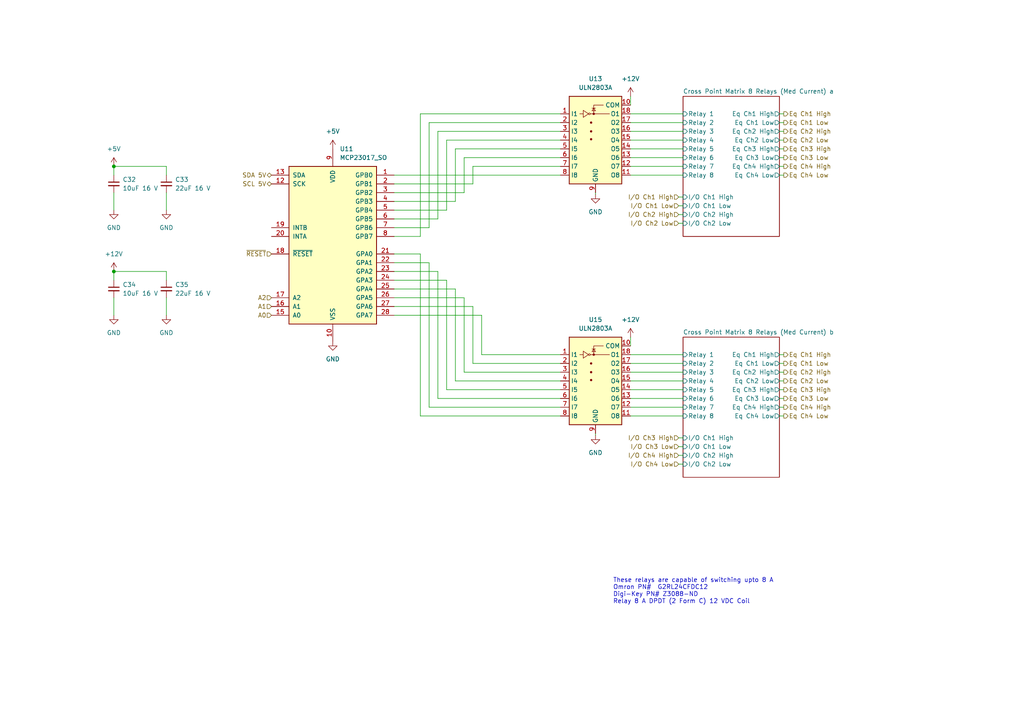
<source format=kicad_sch>
(kicad_sch (version 20211123) (generator eeschema)
  (paper "A4")
  (title_block (title "CIB PCB") (date "2022-05-27") (company "ChargePoint, Inc"))
  (lib_symbols
    (symbol "Device:C_Small" (pin_numbers hide) (pin_names (offset 0.254) hide)
      (property "Reference" "C" (at 0.254 1.778 0))
      (property "Value" "C_Small" (at 0.254 -2.032 0))
      (symbol "C_Small_0_1"
        (polyline (pts (xy -1.524 -0.508) (xy 1.524 -0.508)) (stroke (width 0.3302)))
        (polyline (pts (xy -1.524 0.508) (xy 1.524 0.508)) (stroke (width 0.3048)))
      )
      (symbol "C_Small_1_1"
        (pin passive line (at 0 2.54 270) (length 2.032) (name "~") (number "1"))
        (pin passive line (at 0 -2.54 90) (length 2.032) (name "~") (number "2"))
      )
    )
    (symbol "Interface_Expansion:MCP23017_SO" (pin_names (offset 1.016))
      (property "Reference" "U" (at -11.43 24.13 0))
      (property "Value" "MCP23017_SO" (at 0 0 0))
      (symbol "MCP23017_SO_0_1"
        (rectangle (start -12.7 22.86) (end 12.7 -22.86) (stroke (width 0.254)) (fill (type background)))
      )
      (symbol "MCP23017_SO_1_1"
        (pin bidirectional line (at 17.78 20.32 180) (length 5.08) (name "GPB0") (number "1"))
        (pin power_in line (at 0 -27.94 90) (length 5.08) (name "VSS") (number "10"))
        (pin no_connect line (at -12.7 15.24 0) (length 5.08) hide (name "NC") (number "11"))
        (pin input line (at -17.78 17.78 0) (length 5.08) (name "SCK") (number "12"))
        (pin bidirectional line (at -17.78 20.32 0) (length 5.08) (name "SDA") (number "13"))
        (pin no_connect line (at -12.7 12.7 0) (length 5.08) hide (name "NC") (number "14"))
        (pin input line (at -17.78 -20.32 0) (length 5.08) (name "A0") (number "15"))
        (pin input line (at -17.78 -17.78 0) (length 5.08) (name "A1") (number "16"))
        (pin input line (at -17.78 -15.24 0) (length 5.08) (name "A2") (number "17"))
        (pin input line (at -17.78 -2.54 0) (length 5.08) (name "~{RESET}") (number "18"))
        (pin tri_state line (at -17.78 5.08 0) (length 5.08) (name "INTB") (number "19"))
        (pin bidirectional line (at 17.78 17.78 180) (length 5.08) (name "GPB1") (number "2"))
        (pin tri_state line (at -17.78 2.54 0) (length 5.08) (name "INTA") (number "20"))
        (pin bidirectional line (at 17.78 -2.54 180) (length 5.08) (name "GPA0") (number "21"))
        (pin bidirectional line (at 17.78 -5.08 180) (length 5.08) (name "GPA1") (number "22"))
        (pin bidirectional line (at 17.78 -7.62 180) (length 5.08) (name "GPA2") (number "23"))
        (pin bidirectional line (at 17.78 -10.16 180) (length 5.08) (name "GPA3") (number "24"))
        (pin bidirectional line (at 17.78 -12.7 180) (length 5.08) (name "GPA4") (number "25"))
        (pin bidirectional line (at 17.78 -15.24 180) (length 5.08) (name "GPA5") (number "26"))
        (pin bidirectional line (at 17.78 -17.78 180) (length 5.08) (name "GPA6") (number "27"))
        (pin bidirectional line (at 17.78 -20.32 180) (length 5.08) (name "GPA7") (number "28"))
        (pin bidirectional line (at 17.78 15.24 180) (length 5.08) (name "GPB2") (number "3"))
        (pin bidirectional line (at 17.78 12.7 180) (length 5.08) (name "GPB3") (number "4"))
        (pin bidirectional line (at 17.78 10.16 180) (length 5.08) (name "GPB4") (number "5"))
        (pin bidirectional line (at 17.78 7.62 180) (length 5.08) (name "GPB5") (number "6"))
        (pin bidirectional line (at 17.78 5.08 180) (length 5.08) (name "GPB6") (number "7"))
        (pin bidirectional line (at 17.78 2.54 180) (length 5.08) (name "GPB7") (number "8"))
        (pin power_in line (at 0 27.94 270) (length 5.08) (name "VDD") (number "9"))
      )
    )
    (symbol "Transistor_Array:ULN2803A"
      (property "Reference" "U" (at 0 13.335 0))
      (property "Value" "ULN2803A" (at 0 11.43 0))
      (symbol "ULN2803A_0_1"
        (rectangle (start -7.62 -15.24) (end 7.62 10.16) (stroke (width 0.254)) (fill (type background)))
        (circle (center -1.778 5.08) (radius 0.254))
        (circle (center -1.27 -2.286) (radius 0.254) (fill (type outline)))
        (circle (center -1.27 0) (radius 0.254) (fill (type outline)))
        (circle (center -1.27 2.54) (radius 0.254) (fill (type outline)))
        (circle (center -0.508 5.08) (radius 0.254) (fill (type outline)))
        (polyline (pts (xy -4.572 5.08) (xy -3.556 5.08)))
        (polyline (pts (xy -1.524 5.08) (xy 4.064 5.08)))
        (polyline (pts (xy 0 6.731) (xy -1.016 6.731)))
        (polyline (pts (xy -0.508 5.08) (xy -0.508 7.62) (xy 2.286 7.62)))
        (polyline (pts (xy -3.556 6.096) (xy -3.556 4.064) (xy -2.032 5.08) (xy -3.556 6.096)))
        (polyline (pts (xy 0 5.969) (xy -1.016 5.969) (xy -0.508 6.731) (xy 0 5.969)))
      )
      (symbol "ULN2803A_1_1"
        (pin input line (at -10.16 5.08 0) (length 2.54) (name "I1") (number "1"))
        (pin passive line (at 10.16 7.62 180) (length 2.54) (name "COM") (number "10"))
        (pin open_collector line (at 10.16 -12.7 180) (length 2.54) (name "O8") (number "11"))
        (pin open_collector line (at 10.16 -10.16 180) (length 2.54) (name "O7") (number "12"))
        (pin open_collector line (at 10.16 -7.62 180) (length 2.54) (name "O6") (number "13"))
        (pin open_collector line (at 10.16 -5.08 180) (length 2.54) (name "O5") (number "14"))
        (pin open_collector line (at 10.16 -2.54 180) (length 2.54) (name "O4") (number "15"))
        (pin open_collector line (at 10.16 0 180) (length 2.54) (name "O3") (number "16"))
        (pin open_collector line (at 10.16 2.54 180) (length 2.54) (name "O2") (number "17"))
        (pin open_collector line (at 10.16 5.08 180) (length 2.54) (name "O1") (number "18"))
        (pin input line (at -10.16 2.54 0) (length 2.54) (name "I2") (number "2"))
        (pin input line (at -10.16 0 0) (length 2.54) (name "I3") (number "3"))
        (pin input line (at -10.16 -2.54 0) (length 2.54) (name "I4") (number "4"))
        (pin input line (at -10.16 -5.08 0) (length 2.54) (name "I5") (number "5"))
        (pin input line (at -10.16 -7.62 0) (length 2.54) (name "I6") (number "6"))
        (pin input line (at -10.16 -10.16 0) (length 2.54) (name "I7") (number "7"))
        (pin input line (at -10.16 -12.7 0) (length 2.54) (name "I8") (number "8"))
        (pin power_in line (at 0 -17.78 90) (length 2.54) (name "GND") (number "9"))
      )
    )
    (symbol "power:+12V" (power) (pin_names (offset 0))
      (property "Value" "+12V" (at 0 3.556 0))
      (symbol "+12V_0_1"
        (polyline (pts (xy -0.762 1.27) (xy 0 2.54)))
        (polyline (pts (xy 0 0) (xy 0 2.54)))
        (polyline (pts (xy 0 2.54) (xy 0.762 1.27)))
      )
      (symbol "+12V_1_1"
        (pin power_in line (at 0 0 90) (length 0) hide (name "+12V") (number "1"))
      )
    )
    (symbol "power:+5V" (power) (pin_names (offset 0))
      (property "Value" "+5V" (at 0 3.556 0))
      (symbol "+5V_0_1"
        (polyline (pts (xy -0.762 1.27) (xy 0 2.54)))
        (polyline (pts (xy 0 0) (xy 0 2.54)))
        (polyline (pts (xy 0 2.54) (xy 0.762 1.27)))
      )
      (symbol "+5V_1_1"
        (pin power_in line (at 0 0 90) (length 0) hide (name "+5V") (number "1"))
      )
    )
    (symbol "power:GND" (power) (pin_names (offset 0))
      (property "Value" "GND" (at 0 -3.81 0))
      (symbol "GND_0_1"
        (polyline (pts (xy 0 0) (xy 0 -1.27) (xy 1.27 -1.27) (xy 0 -2.54) (xy -1.27 -1.27) (xy 0 -1.27)))
      )
      (symbol "GND_1_1"
        (pin power_in line (at 0 0 270) (length 0) hide (name "GND") (number "1"))
      )
    )
  )
  (junction (at 33.02 48.26))
  (junction (at 33.02 78.74))
  (wire (pts (xy 182.88 43.18) (xy 198.12 43.18)))
  (wire (pts (xy 137.16 88.9) (xy 137.16 105.41)))
  (wire (pts (xy 33.02 48.26) (xy 48.26 48.26)))
  (wire (pts (xy 132.08 58.42) (xy 132.08 43.18)))
  (wire (pts (xy 182.88 45.72) (xy 198.12 45.72)))
  (wire (pts (xy 226.06 110.49) (xy 227.33 110.49)))
  (wire (pts (xy 182.88 33.02) (xy 198.12 33.02)))
  (wire (pts (xy 196.85 129.54) (xy 198.12 129.54)))
  (wire (pts (xy 182.88 35.56) (xy 198.12 35.56)))
  (wire (pts (xy 182.88 102.87) (xy 198.12 102.87)))
  (wire (pts (xy 182.88 27.94) (xy 182.88 30.48)))
  (wire (pts (xy 129.54 81.28) (xy 129.54 113.03)))
  (wire (pts (xy 134.62 45.72) (xy 162.56 45.72)))
  (wire (pts (xy 124.46 35.56) (xy 162.56 35.56)))
  (wire (pts (xy 226.06 107.95) (xy 227.33 107.95)))
  (wire (pts (xy 182.88 115.57) (xy 198.12 115.57)))
  (wire (pts (xy 196.85 59.69) (xy 198.12 59.69)))
  (wire (pts (xy 127 63.5) (xy 114.3 63.5)))
  (wire (pts (xy 139.7 91.44) (xy 139.7 102.87)))
  (wire (pts (xy 196.85 132.08) (xy 198.12 132.08)))
  (wire (pts (xy 182.88 40.64) (xy 198.12 40.64)))
  (wire (pts (xy 114.3 58.42) (xy 132.08 58.42)))
  (wire (pts (xy 134.62 55.88) (xy 134.62 45.72)))
  (wire (pts (xy 33.02 55.88) (xy 33.02 60.96)))
  (wire (pts (xy 196.85 134.62) (xy 198.12 134.62)))
  (wire (pts (xy 132.08 43.18) (xy 162.56 43.18)))
  (wire (pts (xy 121.92 73.66) (xy 121.92 120.65)))
  (wire (pts (xy 162.56 33.02) (xy 121.92 33.02)))
  (wire (pts (xy 172.72 125.73) (xy 172.72 126.238)))
  (wire (pts (xy 226.06 115.57) (xy 227.33 115.57)))
  (wire (pts (xy 226.06 35.56) (xy 227.33 35.56)))
  (wire (pts (xy 114.3 60.96) (xy 129.54 60.96)))
  (wire (pts (xy 33.02 86.36) (xy 33.02 91.44)))
  (wire (pts (xy 114.3 55.88) (xy 134.62 55.88)))
  (wire (pts (xy 226.06 113.03) (xy 227.33 113.03)))
  (wire (pts (xy 137.16 53.34) (xy 137.16 48.26)))
  (wire (pts (xy 33.02 78.74) (xy 48.26 78.74)))
  (wire (pts (xy 182.88 97.79) (xy 182.88 100.33)))
  (wire (pts (xy 48.26 50.8) (xy 48.26 48.26)))
  (wire (pts (xy 134.62 86.36) (xy 134.62 107.95)))
  (wire (pts (xy 226.06 48.26) (xy 227.33 48.26)))
  (wire (pts (xy 182.88 113.03) (xy 198.12 113.03)))
  (wire (pts (xy 182.88 105.41) (xy 198.12 105.41)))
  (wire (pts (xy 129.54 113.03) (xy 162.56 113.03)))
  (wire (pts (xy 127 38.1) (xy 127 63.5)))
  (wire (pts (xy 127 115.57) (xy 162.56 115.57)))
  (wire (pts (xy 226.06 38.1) (xy 227.33 38.1)))
  (wire (pts (xy 182.88 120.65) (xy 198.12 120.65)))
  (wire (pts (xy 226.06 120.65) (xy 227.33 120.65)))
  (wire (pts (xy 114.3 73.66) (xy 121.92 73.66)))
  (wire (pts (xy 196.85 62.23) (xy 198.12 62.23)))
  (wire (pts (xy 182.88 107.95) (xy 198.12 107.95)))
  (wire (pts (xy 226.06 45.72) (xy 227.33 45.72)))
  (wire (pts (xy 127 78.74) (xy 127 115.57)))
  (wire (pts (xy 129.54 60.96) (xy 129.54 40.64)))
  (wire (pts (xy 124.46 118.11) (xy 162.56 118.11)))
  (wire (pts (xy 196.85 127) (xy 198.12 127)))
  (wire (pts (xy 226.06 50.8) (xy 227.33 50.8)))
  (wire (pts (xy 33.02 81.28) (xy 33.02 78.74)))
  (wire (pts (xy 48.26 55.88) (xy 48.26 60.96)))
  (wire (pts (xy 137.16 105.41) (xy 162.56 105.41)))
  (wire (pts (xy 196.85 64.77) (xy 198.12 64.77)))
  (wire (pts (xy 226.06 43.18) (xy 227.33 43.18)))
  (wire (pts (xy 226.06 33.02) (xy 227.33 33.02)))
  (wire (pts (xy 121.92 120.65) (xy 162.56 120.65)))
  (wire (pts (xy 226.06 102.87) (xy 227.33 102.87)))
  (wire (pts (xy 114.3 66.04) (xy 124.46 66.04)))
  (wire (pts (xy 162.56 38.1) (xy 127 38.1)))
  (wire (pts (xy 172.72 55.88) (xy 172.72 56.388)))
  (wire (pts (xy 48.26 81.28) (xy 48.26 78.74)))
  (wire (pts (xy 114.3 91.44) (xy 139.7 91.44)))
  (wire (pts (xy 129.54 81.28) (xy 114.3 81.28)))
  (wire (pts (xy 132.08 83.82) (xy 132.08 110.49)))
  (wire (pts (xy 114.3 78.74) (xy 127 78.74)))
  (wire (pts (xy 196.85 57.15) (xy 198.12 57.15)))
  (wire (pts (xy 114.3 50.8) (xy 162.56 50.8)))
  (wire (pts (xy 226.06 40.64) (xy 227.33 40.64)))
  (wire (pts (xy 114.3 86.36) (xy 134.62 86.36)))
  (wire (pts (xy 114.3 76.2) (xy 124.46 76.2)))
  (wire (pts (xy 114.3 88.9) (xy 137.16 88.9)))
  (wire (pts (xy 182.88 118.11) (xy 198.12 118.11)))
  (wire (pts (xy 114.3 83.82) (xy 132.08 83.82)))
  (wire (pts (xy 182.88 48.26) (xy 198.12 48.26)))
  (wire (pts (xy 121.92 33.02) (xy 121.92 68.58)))
  (wire (pts (xy 124.46 76.2) (xy 124.46 118.11)))
  (wire (pts (xy 121.92 68.58) (xy 114.3 68.58)))
  (wire (pts (xy 33.02 50.8) (xy 33.02 48.26)))
  (wire (pts (xy 134.62 107.95) (xy 162.56 107.95)))
  (wire (pts (xy 129.54 40.64) (xy 162.56 40.64)))
  (wire (pts (xy 226.06 118.11) (xy 227.33 118.11)))
  (wire (pts (xy 182.88 38.1) (xy 198.12 38.1)))
  (wire (pts (xy 182.88 110.49) (xy 198.12 110.49)))
  (wire (pts (xy 48.26 86.36) (xy 48.26 91.44)))
  (wire (pts (xy 226.06 105.41) (xy 227.33 105.41)))
  (wire (pts (xy 182.88 50.8) (xy 198.12 50.8)))
  (wire (pts (xy 114.3 53.34) (xy 137.16 53.34)))
  (wire (pts (xy 139.7 102.87) (xy 162.56 102.87)))
  (wire (pts (xy 132.08 110.49) (xy 162.56 110.49)))
  (wire (pts (xy 124.46 66.04) (xy 124.46 35.56)))
  (wire (pts (xy 137.16 48.26) (xy 162.56 48.26)))
  (text "These relays are capable of switching upto 8 A\nOmron PN#  G2RL24CFDC12\nDigi-Key PN# Z3088-ND\nRelay 8 A DPDT (2 Form C) 12 VDC Coil" (at 177.8 175.26 0) (effects (font (size 1.27 1.27)) (justify left bottom)))
  (hierarchical_label "SCL 5V" (shape bidirectional) (at 78.74 53.34 180))
  (hierarchical_label "Eq Ch1 Low" (shape output) (at 227.33 35.56 0))
  (hierarchical_label "Eq Ch1 Low" (shape output) (at 227.33 105.41 0))
  (hierarchical_label "I{slash}O Ch2 High" (shape input) (at 196.85 62.23 180))
  (hierarchical_label "I{slash}O Ch2 Low" (shape input) (at 196.85 64.77 180))
  (hierarchical_label "Eq Ch4 High" (shape output) (at 227.33 48.26 0))
  (hierarchical_label "I{slash}O Ch4 High" (shape input) (at 196.85 132.08 180))
  (hierarchical_label "Eq Ch4 High" (shape output) (at 227.33 118.11 0))
  (hierarchical_label "A1" (shape input) (at 78.74 88.9 180))
  (hierarchical_label "A2" (shape input) (at 78.74 86.36 180))
  (hierarchical_label "Eq Ch3 High" (shape output) (at 227.33 113.03 0))
  (hierarchical_label "Eq Ch2 High" (shape output) (at 227.33 38.1 0))
  (hierarchical_label "~{RESET}" (shape input) (at 78.74 73.66 180))
  (hierarchical_label "Eq Ch3 Low" (shape output) (at 227.33 115.57 0))
  (hierarchical_label "Eq Ch2 High" (shape output) (at 227.33 107.95 0))
  (hierarchical_label "Eq Ch3 Low" (shape output) (at 227.33 45.72 0))
  (hierarchical_label "I{slash}O Ch4 Low" (shape input) (at 196.85 134.62 180))
  (hierarchical_label "Eq Ch4 Low" (shape output) (at 227.33 50.8 0))
  (hierarchical_label "I{slash}O Ch3 Low" (shape input) (at 196.85 129.54 180))
  (hierarchical_label "Eq Ch2 Low" (shape output) (at 227.33 40.64 0))
  (hierarchical_label "A0" (shape input) (at 78.74 91.44 180))
  (hierarchical_label "I{slash}O Ch1 Low" (shape input) (at 196.85 59.69 180))
  (hierarchical_label "SDA 5V" (shape bidirectional) (at 78.74 50.8 180))
  (hierarchical_label "Eq Ch3 High" (shape output) (at 227.33 43.18 0))
  (hierarchical_label "Eq Ch2 Low" (shape output) (at 227.33 110.49 0))
  (hierarchical_label "I{slash}O Ch1 High" (shape input) (at 196.85 57.15 180))
  (hierarchical_label "Eq Ch1 High" (shape output) (at 227.33 33.02 0))
  (hierarchical_label "Eq Ch4 Low" (shape output) (at 227.33 120.65 0))
  (hierarchical_label "Eq Ch1 High" (shape output) (at 227.33 102.87 0))
  (hierarchical_label "I{slash}O Ch3 High" (shape input) (at 196.85 127 180))
  (symbol (lib_id "power:GND") (at 33.02 91.44 0) (unit 1)
    (property "Reference" "#PWR0151" (effects hide))
    (property "Value" "GND" (at 33.02 96.52 0))
  )
  (symbol (lib_id "Device:C_Small") (at 33.02 53.34 0) (unit 1)
    (property "Reference" "C32" (at 35.56 52.0762 0) (effects (justify left)))
    (property "Value" "10uF 16 V" (at 35.56 54.6162 0) (effects (justify left)))
    (property "Footprint" "Capacitor_SMD:C_1206_3216Metric_Pad1.33x1.80mm_HandSolder" (effects hide))
    (property "Datasheet" "https://media.digikey.com/pdf/Data%20Sheets/Samsung%20PDFs/CL31B106KOHNNNE_Spec.pdf" (effects hide))
    (property "Manufacturer #" "CL31A106KOHNNNE" (effects hide))
    (property "DigiKey #" "1276-1137-1-ND" (effects hide))
    (property "Manufacturer" "Samsung Electro-Mechanics" (effects hide))
    (property "Description" "10 µF ±10% 16V Ceramic Capacitor X5R 1206 (3216 Metric)" (effects hide))
    (property "DigiKey Price/Stock" "https://www.digikey.co.uk/en/products/detail/samsung-electro-mechanics/CL31A106KOHNNNE/3886795?s=N4IgTCBcDaIIxgOwDYC0c4GZHtQOQBEQBdAXyA" (effects hide))
  )
  (symbol (lib_id "Device:C_Small") (at 48.26 83.82 0) (unit 1)
    (property "Reference" "C35" (at 50.8 82.5562 0) (effects (justify left)))
    (property "Value" "22uF 16 V" (at 50.8 85.0962 0) (effects (justify left)))
    (property "Footprint" "Capacitor_SMD:C_1206_3216Metric_Pad1.33x1.80mm_HandSolder" (effects hide))
    (property "Datasheet" "https://www.we-online.com/katalog/datasheet/885012108018.pdf" (effects hide))
    (property "Manufacturer #" "885012108018" (effects hide))
    (property "DigiKey #" "732-7642-1-ND" (effects hide))
    (property "Manufacturer" "Würth Elektronik" (effects hide))
    (property "Description" "22 µF ±20% 16V Ceramic Capacitor X5R 1206 (3216 Metric)" (effects hide))
    (property "DigiKey Price/Stock" "https://www.digikey.co.uk/en/products/detail/w%C3%BCrth-elektronik/885012108018/5453497?s=N4IgTCBcDaIOwGYwFo4DYAsKCMyByAIiALoC%2BQA" (effects hide))
  )
  (symbol (lib_id "power:+5V") (at 96.52 43.18 0) (unit 1)
    (property "Reference" "#PWR0153" (effects hide))
    (property "Value" "+5V" (at 96.52 38.1 0))
  )
  (symbol (lib_id "Device:C_Small") (at 33.02 83.82 0) (unit 1)
    (property "Reference" "C34" (at 35.56 82.5562 0) (effects (justify left)))
    (property "Value" "10uF 16 V" (at 35.56 85.0962 0) (effects (justify left)))
    (property "Footprint" "Capacitor_SMD:C_1206_3216Metric_Pad1.33x1.80mm_HandSolder" (effects hide))
    (property "Datasheet" "https://media.digikey.com/pdf/Data%20Sheets/Samsung%20PDFs/CL31B106KOHNNNE_Spec.pdf" (effects hide))
    (property "Manufacturer #" "CL31A106KOHNNNE" (effects hide))
    (property "DigiKey #" "1276-1137-1-ND" (effects hide))
    (property "Manufacturer" "Samsung Electro-Mechanics" (effects hide))
    (property "Description" "10 µF ±10% 16V Ceramic Capacitor X5R 1206 (3216 Metric)" (effects hide))
    (property "DigiKey Price/Stock" "https://www.digikey.co.uk/en/products/detail/samsung-electro-mechanics/CL31A106KOHNNNE/3886795?s=N4IgTCBcDaIIxgOwDYC0c4GZHtQOQBEQBdAXyA" (effects hide))
  )
  (symbol (lib_id "Transistor_Array:ULN2803A") (at 172.72 107.95 0) (unit 1)
    (property "Reference" "U15" (at 172.72 92.71 0))
    (property "Value" "ULN2803A" (at 172.72 95.25 0))
    (property "Footprint" "Package_DIP:DIP-18_W7.62mm_LongPads" (effects hide))
    (property "Datasheet" "http://www.ti.com/lit/ds/symlink/uln2803a.pdf" (effects hide))
    (property "DigiKey #" "497-2356-5-ND" (effects hide))
    (property "Manufacturer #" "ULN2803A" (effects hide))
    (property "Manufacturer" "STMicroelectronics" (effects hide))
    (property "Mouser Part Number" "511-ULN2803A" (effects hide))
  )
  (symbol (lib_id "power:+12V") (at 33.02 78.74 0) (unit 1)
    (property "Reference" "#PWR0150" (effects hide))
    (property "Value" "+12V" (at 33.02 73.66 0))
  )
  (symbol (lib_id "power:GND") (at 172.72 56.388 0) (unit 1)
    (property "Reference" "#PWR0149" (effects hide))
    (property "Value" "~" (at 172.72 61.468 0))
  )
  (symbol (lib_id "power:+12V") (at 182.88 27.94 0) (unit 1)
    (property "Reference" "#PWR0145" (effects hide))
    (property "Value" "+12V" (at 182.88 22.86 0))
  )
  (symbol (lib_id "power:GND") (at 172.72 126.238 0) (unit 1)
    (property "Reference" "#PWR0155" (effects hide))
    (property "Value" "~" (at 172.72 131.318 0))
  )
  (symbol (lib_id "Interface_Expansion:MCP23017_SO") (at 96.52 71.12 0) (unit 1)
    (property "Reference" "U11" (at 98.5394 43.18 0) (effects (justify left)))
    (property "Value" "MCP23017_SO" (at 98.5394 45.72 0) (effects (justify left)))
    (property "Footprint" "Package_SO:SOIC-28W_7.5x17.9mm_P1.27mm" (effects hide))
    (property "Datasheet" "http://ww1.microchip.com/downloads/en/DeviceDoc/20001952C.pdf" (effects hide))
  )
  (symbol (lib_id "power:+5V") (at 33.02 48.26 0) (unit 1)
    (property "Reference" "#PWR0146" (effects hide))
    (property "Value" "+5V" (at 33.02 43.18 0))
  )
  (symbol (lib_id "Transistor_Array:ULN2803A") (at 172.72 38.1 0) (unit 1)
    (property "Reference" "U13" (at 172.72 22.86 0))
    (property "Value" "ULN2803A" (at 172.72 25.4 0))
    (property "Footprint" "Package_DIP:DIP-18_W7.62mm_LongPads" (effects hide))
    (property "Datasheet" "http://www.ti.com/lit/ds/symlink/uln2803a.pdf" (effects hide))
    (property "DigiKey #" "497-2356-5-ND" (effects hide))
    (property "Manufacturer #" "ULN2803A" (effects hide))
    (property "Manufacturer" "STMicroelectronics" (effects hide))
    (property "Mouser Part Number" "511-ULN2803A" (effects hide))
  )
  (symbol (lib_id "power:+12V") (at 182.88 97.79 0) (unit 1)
    (property "Reference" "#PWR0154" (effects hide))
    (property "Value" "+12V" (at 182.88 92.71 0))
  )
  (symbol (lib_id "power:GND") (at 96.52 99.06 0) (unit 1)
    (property "Reference" "#PWR0156" (effects hide))
    (property "Value" "GND" (at 96.52 104.14 0))
  )
  (symbol (lib_id "power:GND") (at 48.26 60.96 0) (unit 1)
    (property "Reference" "#PWR0148" (effects hide))
    (property "Value" "GND" (at 48.26 66.04 0))
  )
  (symbol (lib_id "power:GND") (at 33.02 60.96 0) (unit 1)
    (property "Reference" "#PWR0147" (effects hide))
    (property "Value" "GND" (at 33.02 66.04 0))
  )
  (symbol (lib_id "Device:C_Small") (at 48.26 53.34 0) (unit 1)
    (property "Reference" "C33" (at 50.8 52.0762 0) (effects (justify left)))
    (property "Value" "22uF 16 V" (at 50.8 54.6162 0) (effects (justify left)))
    (property "Footprint" "Capacitor_SMD:C_1206_3216Metric_Pad1.33x1.80mm_HandSolder" (effects hide))
    (property "Datasheet" "https://www.we-online.com/katalog/datasheet/885012108018.pdf" (effects hide))
    (property "Manufacturer #" "885012108018" (effects hide))
    (property "DigiKey #" "732-7642-1-ND" (effects hide))
    (property "Manufacturer" "Würth Elektronik" (effects hide))
    (property "Description" "22 µF ±20% 16V Ceramic Capacitor X5R 1206 (3216 Metric)" (effects hide))
    (property "DigiKey Price/Stock" "https://www.digikey.co.uk/en/products/detail/w%C3%BCrth-elektronik/885012108018/5453497?s=N4IgTCBcDaIOwGYwFo4DYAsKCMyByAIiALoC%2BQA" (effects hide))
  )
  (symbol (lib_id "power:GND") (at 48.26 91.44 0) (unit 1)
    (property "Reference" "#PWR0152" (effects hide))
    (property "Value" "GND" (at 48.26 96.52 0))
  )
  (sheet (at 198.12 97.79) (size 27.94 40.64) (stroke (width 0.1524))
    (property "Sheet name" "Cross Point Matrix 8 Relays (Med Current) b" (at 198.12 97.0784 0) (effects (justify left bottom)))
    (property "Sheet file" "Cross Point Matrix 8 Relays (Med Current).kicad_sch" (effects hide))
    (pin "Relay 5" input (at 198.12 113.03 180))
    (pin "I{slash}O Ch2 High" input (at 198.12 132.08 180))
    (pin "I{slash}O Ch2 Low" input (at 198.12 134.62 180))
    (pin "I{slash}O Ch1 High" input (at 198.12 127 180))
    (pin "I{slash}O Ch1 Low" input (at 198.12 129.54 180))
    (pin "Relay 1" input (at 198.12 102.87 180))
    (pin "Relay 2" input (at 198.12 105.41 180))
    (pin "Relay 6" input (at 198.12 115.57 180))
    (pin "Relay 3" input (at 198.12 107.95 180))
    (pin "Relay 4" input (at 198.12 110.49 180))
    (pin "Relay 8" input (at 198.12 120.65 180))
    (pin "Relay 7" input (at 198.12 118.11 180))
    (pin "Eq Ch1 High" output (at 226.06 102.87 0))
    (pin "Eq Ch1 Low" output (at 226.06 105.41 0))
    (pin "Eq Ch2 Low" output (at 226.06 110.49 0))
    (pin "Eq Ch2 High" output (at 226.06 107.95 0))
    (pin "Eq Ch4 Low" output (at 226.06 120.65 0))
    (pin "Eq Ch4 High" output (at 226.06 118.11 0))
    (pin "Eq Ch3 High" output (at 226.06 113.03 0))
    (pin "Eq Ch3 Low" output (at 226.06 115.57 0))
  )
  (sheet (at 198.12 27.94) (size 27.94 40.64) (stroke (width 0.1524))
    (property "Sheet name" "Cross Point Matrix 8 Relays (Med Current) a" (at 198.12 27.2284 0) (effects (justify left bottom)))
    (property "Sheet file" "Cross Point Matrix 8 Relays (Med Current).kicad_sch" (effects hide))
    (pin "Relay 5" input (at 198.12 43.18 180))
    (pin "I{slash}O Ch2 High" input (at 198.12 62.23 180))
    (pin "I{slash}O Ch2 Low" input (at 198.12 64.77 180))
    (pin "I{slash}O Ch1 High" input (at 198.12 57.15 180))
    (pin "I{slash}O Ch1 Low" input (at 198.12 59.69 180))
    (pin "Relay 1" input (at 198.12 33.02 180))
    (pin "Relay 2" input (at 198.12 35.56 180))
    (pin "Relay 6" input (at 198.12 45.72 180))
    (pin "Relay 3" input (at 198.12 38.1 180))
    (pin "Relay 4" input (at 198.12 40.64 180))
    (pin "Relay 8" input (at 198.12 50.8 180))
    (pin "Relay 7" input (at 198.12 48.26 180))
    (pin "Eq Ch1 High" output (at 226.06 33.02 0))
    (pin "Eq Ch1 Low" output (at 226.06 35.56 0))
    (pin "Eq Ch2 Low" output (at 226.06 40.64 0))
    (pin "Eq Ch2 High" output (at 226.06 38.1 0))
    (pin "Eq Ch4 Low" output (at 226.06 50.8 0))
    (pin "Eq Ch4 High" output (at 226.06 48.26 0))
    (pin "Eq Ch3 High" output (at 226.06 43.18 0))
    (pin "Eq Ch3 Low" output (at 226.06 45.72 0))
  )
)
</source>
